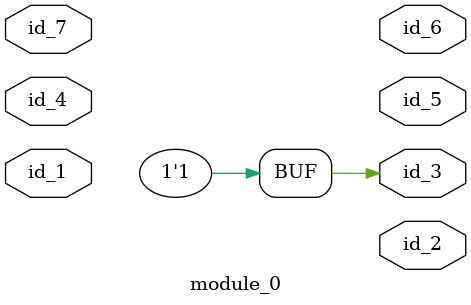
<source format=v>
`define pp_7 0
`define pp_8 0
module module_0 (
    id_1,
    id_2,
    id_3,
    id_4,
    id_5,
    id_6,
    id_7
);
  input id_7;
  output id_6;
  output id_5;
  inout id_4;
  output id_3;
  output id_2;
  input id_1;
  assign id_3[1'b0] = 1;
endmodule

</source>
